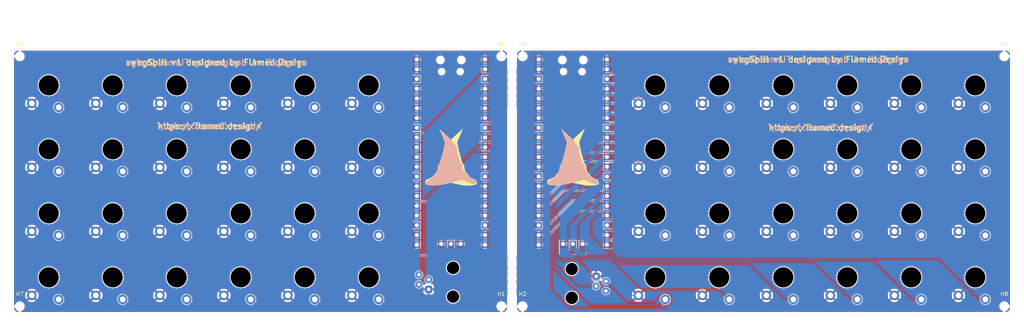
<source format=kicad_pcb>
(kicad_pcb (version 20240108) (generator "pcbnew") (generator_version "8.0")
  (layers (0 "F.Cu" signal) (31 "B.Cu" signal) (34 "B.Paste" user) (35 "F.Paste" user) (36 "B.SilkS" user "B.Silkscreen") (37 "F.SilkS" user "F.Silkscreen") (38 "B.Mask" user) (39 "F.Mask" user) (44 "Edge.Cuts" user))
  (net 0 "")
  (net 1 "L_RX")
  (net 2 "L_TX")
  (net 3 "L_VCC")
  (net 4 "R_TX")
  (net 5 "R_RX")
  (net 6 "R_VCC")
  (net 7 "L5")
  (net 8 "L4")
  (net 9 "L3")
  (net 10 "L2")
  (net 11 "L1")
  (net 12 "L0")
  (net 13 "R5")
  (net 14 "R4")
  (net 15 "R3")
  (net 16 "R2")
  (net 17 "R1")
  (net 18 "R0")
  (net 19 "L11")
  (net 20 "L10")
  (net 21 "L9")
  (net 22 "L8")
  (net 23 "L7")
  (net 24 "L6")
  (net 25 "R11")
  (net 26 "R10")
  (net 27 "R9")
  (net 28 "R8")
  (net 29 "R7")
  (net 30 "R6")
  (net 31 "L17")
  (net 32 "L16")
  (net 33 "L15")
  (net 34 "L14")
  (net 35 "L13")
  (net 36 "L12")
  (net 37 "R17")
  (net 38 "R16")
  (net 39 "R15")
  (net 40 "R14")
  (net 41 "R13")
  (net 42 "R12")
  (net 43 "L23")
  (net 44 "L22")
  (net 45 "L21")
  (net 46 "L20")
  (net 47 "L19")
  (net 48 "L18")
  (net 49 "R23")
  (net 50 "R22")
  (net 51 "R21")
  (net 52 "R20")
  (net 53 "R19")
  (net 54 "R18")
  (net 61 "GND")
  (footprint "PCM_marbastlib-xp-gateron_lp:SW_Gateron_LowProfile_THT" (layer "F.Cu") (at 55.5625 55.5625)
    (property "Reference" "CH27" (hide yes))
    (property "Value" "KS33_SW_solder" (hide yes))
  )
  (footprint "PCM_marbastlib-xp-gateron_lp:SW_Gateron_LowProfile_THT" (layer "F.Cu") (at 88.9 38.89375)
    (property "Reference" "CH17" (hide yes))
    (property "Value" "KS33_SW_solder" (hide yes))
  )
  (footprint "PCM_marbastlib-xp-gateron_lp:SW_Gateron_LowProfile_THT" (layer "F.Cu") (at 105.56875 55.5625)
    (property "Reference" "CH30" (hide yes))
    (property "Value" "KS33_SW_solder" (hide yes))
  )
  (footprint "PCM_marbastlib-xp-gateron_lp:SW_Gateron_LowProfile_THT" (layer "F.Cu") (at 38.89375 22.225)
    (property "Reference" "CH2" (hide yes))
    (property "Value" "KS33_SW_solder" (hide yes))
  )
  (footprint "PCM_marbastlib-xp-gateron_lp:SW_Gateron_LowProfile_THT" (layer "F.Cu") (at 55.5625 38.89375)
    (property "Reference" "CH15" (hide yes))
    (property "Value" "KS33_SW_solder" (hide yes))
  )
  (footprint "PCM_marbastlib-xp-gateron_lp:SW_Gateron_LowProfile_THT" (layer "F.Cu") (at 22.225 55.5625)
    (property "Reference" "CH25" (hide yes))
    (property "Value" "KS33_SW_solder" (hide yes))
  )
  (footprint "MountingHole:MountingHole_2.1mm" (layer "F.Cu") (at 14.684375 14.684375)
    (property "Reference" "H3")
    (property "Value" "MountingHole")
  )
  (footprint "PCM_marbastlib-xp-gateron_lp:SW_Gateron_LowProfile_THT" (layer "F.Cu") (at 213.51875 55.5625)
    (property "Reference" "CH33" (hide yes))
    (property "Value" "KS33_SW_solder" (hide yes))
  )
  (footprint "Graphics:Wizard hat" (layer "F.Cu") (at 127 40.878125)
    (property "Reference" "G***" (hide yes))
    (property "Value" "LOGO" (hide yes))
  )
  (footprint "PCM_marbastlib-xp-gateron_lp:SW_Gateron_LowProfile_THT" (layer "F.Cu") (at 230.1875 55.5625)
    (property "Reference" "CH34" (hide yes))
    (property "Value" "KS33_SW_solder" (hide yes))
  )
  (footprint "PCM_marbastlib-xp-gateron_lp:SW_Gateron_LowProfile_THT" (layer "F.Cu") (at 196.85 72.23125)
    (property "Reference" "CH44" (hide yes))
    (property "Value" "KS33_SW_solder" (hide yes))
  )
  (footprint "MountingHole:MountingHole_2.1mm" (layer "F.Cu") (at 145.653125 79.771875)
    (property "Reference" "H2")
    (property "Value" "MountingHole")
  )
  (footprint "MountingHole:MountingHole_2.1mm" (layer "F.Cu") (at 271.065625 79.771875)
    (property "Reference" "H8")
    (property "Value" "MountingHole")
  )
  (footprint "PCM_marbastlib-xp-gateron_lp:SW_Gateron_LowProfile_THT" (layer "F.Cu") (at 22.225 72.23125)
    (property "Reference" "CH37" (hide yes))
    (property "Value" "KS33_SW_solder" (hide yes))
  )
  (footprint "MountingHole:MountingHole_2.1mm" (layer "F.Cu") (at 140.096875 79.771875)
    (property "Reference" "H1")
    (property "Value" "MountingHole")
  )
  (footprint "PCM_pico:Raspberry_pi_pico" (layer "F.Cu") (at 161.6075 0.25875)
    (property "Reference" "U2" (hide yes))
    (property "Value" "~" (hide yes))
  )
  (footprint "PCM_marbastlib-xp-gateron_lp:SW_Gateron_LowProfile_THT" (layer "F.Cu") (at 246.85625 72.23125)
    (property "Reference" "CH47" (hide yes))
    (property "Value" "KS33_SW_solder" (hide yes))
  )
  (footprint "PCM_marbastlib-xp-gateron_lp:SW_Gateron_LowProfile_THT" (layer "F.Cu") (at 55.5625 22.225)
    (property "Reference" "CH3" (hide yes))
    (property "Value" "KS33_SW_solder" (hide yes))
  )
  (footprint "Connector_RJ:RJ9_Evercom_5301-440xxx_Horizontal" (layer "F.Cu") (at 164.79375 71.97875 -90)
    (property "Reference" "J3" (hide yes))
    (property "Value" "4P4C")
  )
  (footprint "PCM_marbastlib-xp-gateron_lp:SW_Gateron_LowProfile_THT" (layer "F.Cu") (at 72.23125 55.5625)
    (property "Reference" "CH28" (hide yes))
    (property "Value" "KS33_SW_solder" (hide yes))
  )
  (footprint "PCM_marbastlib-xp-gateron_lp:SW_Gateron_LowProfile_THT" (layer "F.Cu") (at 180.18125 72.23125)
    (property "Reference" "CH43" (hide yes))
    (property "Value" "KS33_SW_solder" (hide yes))
  )
  (footprint "Graphics:Wizard hat" (layer "F.Cu") (at 158.75 40.878125)
    (property "Reference" "G***" (hide yes))
    (property "Value" "LOGO" (hide yes))
  )
  (footprint "PCM_marbastlib-xp-gateron_lp:SW_Gateron_LowProfile_THT" (layer "F.Cu") (at 180.18125 38.89375)
    (property "Reference" "CH19" (hide yes))
    (property "Value" "KS33_SW_solder" (hide yes))
  )
  (footprint "PCM_marbastlib-xp-gateron_lp:SW_Gateron_LowProfile_THT" (layer "F.Cu") (at 105.56875 38.89375)
    (property "Reference" "CH18" (hide yes))
    (property "Value" "KS33_SW_solder" (hide yes))
  )
  (footprint "PCM_marbastlib-xp-gateron_lp:SW_Gateron_LowProfile_THT" (layer "F.Cu") (at 38.89375 38.89375)
    (property "Reference" "CH14" (hide yes))
    (property "Value" "KS33_SW_solder" (hide yes))
  )
  (footprint "PCM_marbastlib-xp-gateron_lp:SW_Gateron_LowProfile_THT" (layer "F.Cu") (at 246.85625 22.225)
    (property "Reference" "CH11" (hide yes))
    (property "Value" "KS33_SW_solder" (hide yes))
  )
  (footprint "PCM_marbastlib-xp-gateron_lp:SW_Gateron_LowProfile_THT" (layer "F.Cu") (at 196.85 22.225)
    (property "Reference" "CH8" (hide yes))
    (property "Value" "KS33_SW_solder" (hide yes))
  )
  (footprint "PCM_marbastlib-xp-gateron_lp:SW_Gateron_LowProfile_THT" (layer "F.Cu") (at 213.51875 72.23125)
    (property "Reference" "CH45" (hide yes))
    (property "Value" "KS33_SW_solder" (hide yes))
  )
  (footprint "PCM_marbastlib-xp-gateron_lp:SW_Gateron_LowProfile_THT" (layer "F.Cu") (at 88.9 22.225)
    (property "Reference" "CH5" (hide yes))
    (property "Value" "KS33_SW_solder" (hide yes))
  )
  (footprint "PCM_marbastlib-xp-gateron_lp:SW_Gateron_LowProfile_THT" (layer "F.Cu") (at 263.525 55.5625)
    (property "Reference" "CH36" (hide yes))
    (property "Value" "KS33_SW_solder" (hide yes))
  )
  (footprint "PCM_marbastlib-xp-gateron_lp:SW_Gateron_LowProfile_THT" (layer "F.Cu") (at 196.85 55.5625)
    (property "Reference" "CH32" (hide yes))
    (property "Value" "KS33_SW_solder" (hide yes))
  )
  (footprint "PCM_marbastlib-xp-gateron_lp:SW_Gateron_LowProfile_THT" (layer "F.Cu") (at 230.1875 38.89375)
    (property "Reference" "CH22" (hide yes))
    (property "Value" "KS33_SW_solder" (hide yes))
  )
  (footprint "PCM_marbastlib-xp-gateron_lp:SW_Gateron_LowProfile_THT" (layer "F.Cu") (at 180.18125 22.225)
    (property "Reference" "CH7" (hide yes))
    (property "Value" "KS33_SW_solder" (hide yes))
  )
  (footprint "PCM_marbastlib-xp-gateron_lp:SW_Gateron_LowProfile_THT" (layer "F.Cu") (at 38.89375 55.5625)
    (property "Reference" "CH26" (hide yes))
    (property "Value" "KS33_SW_solder" (hide yes))
  )
  (footprint "PCM_marbastlib-xp-gateron_lp:SW_Gateron_LowProfile_THT" (layer "F.Cu") (at 72.23125 38.89375)
    (property "Reference" "CH16" (hide yes))
    (property "Value" "KS33_SW_solder" (hide yes))
  )
  (footprint "PCM_marbastlib-xp-gateron_lp:SW_Gateron_LowProfile_THT" (layer "F.Cu") (at 196.85 38.89375)
    (property "Reference" "CH20" (hide yes))
    (property "Value" "KS33_SW_solder" (hide yes))
  )
  (footprint "PCM_marbastlib-xp-gateron_lp:SW_Gateron_LowProfile_THT" (layer "F.Cu") (at 213.51875 22.225)
    (property "Reference" "CH9" (hide yes))
    (property "Value" "KS33_SW_solder" (hide yes))
  )
  (footprint "PCM_marbastlib-xp-gateron_lp:SW_Gateron_LowProfile_THT" (layer "F.Cu") (at 230.1875 22.225)
    (property "Reference" "CH10" (hide yes))
    (property "Value" "KS33_SW_solder" (hide yes))
  )
  (footprint "PCM_pico:Raspberry_pi_pico" (layer "F.Cu") (at 129.8575 0.25875)
    (property "Reference" "U1" (hide yes))
    (property "Value" "~" (hide yes))
  )
  (footprint "PCM_marbastlib-xp-gateron_lp:SW_Gateron_LowProfile_THT" (layer "F.Cu") (at 246.85625 55.5625)
    (property "Reference" "CH35" (hide yes))
    (property "Value" "KS33_SW_solder" (hide yes))
  )
  (footprint "PCM_marbastlib-xp-gateron_lp:SW_Gateron_LowProfile_THT" (layer "F.Cu") (at 72.23125 22.225)
    (property "Reference" "CH4" (hide yes))
    (property "Value" "KS33_SW_solder" (hide yes))
  )
  (footprint "PCM_marbastlib-xp-gateron_lp:SW_Gateron_LowProfile_THT" (layer "F.Cu") (at 105.56875 22.225)
    (property "Reference" "CH6" (hide yes))
    (property "Value" "KS33_SW_solder" (hide yes))
  )
  (footprint "PCM_marbastlib-xp-gateron_lp:SW_Gateron_LowProfile_THT" (layer "F.Cu") (at 263.525 72.23125)
    (property "Reference" "CH48" (hide yes))
    (property "Value" "KS33_SW_solder" (hide yes))
  )
  (footprint "PCM_marbastlib-xp-gateron_lp:SW_Gateron_LowProfile_THT" (layer "F.Cu") (at 38.89375 72.23125)
    (property "Reference" "CH38" (hide yes))
    (property "Value" "KS33_SW_solder" (hide yes))
  )
  (footprint "MountingHole:MountingHole_2.1mm" (layer "F.Cu") (at 14.684375 79.771875)
    (property "Reference" "H7")
    (property "Value" "MountingHole")
  )
  (footprint "MountingHole:MountingHole_2.1mm" (layer "F.Cu") (at 271.065625 14.684375)
    (property "Reference" "H4")
    (property "Value" "MountingHole")
  )
  (footprint "PCM_marbastlib-xp-gateron_lp:SW_Gateron_LowProfile_THT" (layer "F.Cu") (at 88.9 55.5625)
    (property "Reference" "CH29" (hide yes))
    (property "Value" "KS33_SW_solder" (hide yes))
  )
  (footprint "PCM_marbastlib-xp-gateron_lp:SW_Gateron_LowProfile_THT" (layer "F.Cu") (at 55.5625 72.23125)
    (property "Reference" "CH39" (hide yes))
    (property "Value" "KS33_SW_solder" (hide yes))
  )
  (footprint "PCM_marbastlib-xp-gateron_lp:SW_Gateron_LowProfile_THT" (layer "F.Cu") (at 246.85625 38.89375)
    (property "Reference" "CH23" (hide yes))
    (property "Value" "KS33_SW_solder" (hide yes))
  )
  (footprint "PCM_marbastlib-xp-gateron_lp:SW_Gateron_LowProfile_THT" (layer "F.Cu") (at 180.18125 55.5625)
    (property "Reference" "CH31" (hide yes))
    (property "Value" "KS33_SW_solder" (hide yes))
  )
  (footprint "PCM_marbastlib-xp-gateron_lp:SW_Gateron_LowProfile_THT" (layer "F.Cu") (at 22.225 38.89375)
    (property "Reference" "CH13" (hide yes))
    (property "Value" "KS33_SW_solder" (hide yes))
  )
  (footprint "PCM_marbastlib-xp-gateron_lp:SW_Gateron_LowProfile_THT" (layer "F.Cu") (at 230.1875 72.23125)
    (property "Reference" "CH46" (hide yes))
    (property "Value" "KS33_SW_solder" (hide yes))
  )
  (footprint "MountingHole:MountingHole_2.1mm" (layer "F.Cu") (at 140.096875 14.684375)
    (property "Reference" "H5")
    (property "Value" "MountingHole")
  )
  (footprint "PCM_marbastlib-xp-gateron_lp:SW_Gateron_LowProfile_THT" (layer "F.Cu") (at 263.525 38.89375)
    (property "Reference" "CH24" (hide yes))
    (property "Value" "KS33_SW_solder" (hide yes))
  )
  (footprint "PCM_marbastlib-xp-gateron_lp:SW_Gateron_LowProfile_THT" (layer "F.Cu") (at 213.51875 38.89375)
    (property "Reference" "CH21" (hide yes))
    (property "Value" "KS33_SW_solder" (hide yes))
  )
  (footprint "PCM_marbastlib-xp-gateron_lp:SW_Gateron_LowProfile_THT" (layer "F.Cu") (at 105.56875 72.23125)
    (property "Reference" "CH42" (hide yes))
    (property "Value" "KS33_SW_solder" (hide yes))
  )
  (footprint "PCM_marbastlib-xp-gateron_lp:SW_Gateron_LowProfile_THT" (layer "F.Cu") (at 263.525 22.225)
    (property "Reference" "CH12" (hide yes))
    (property "Value" "KS33_SW_solder" (hide yes))
  )
  (footprint "PCM_marbastlib-xp-gateron_lp:SW_Gateron_LowProfile_THT" (layer "F.Cu") (at 22.225 22.225)
    (property "Reference" "CH1" (hide yes))
    (property "Value" "KS33_SW_solder" (hide yes))
  )
  (footprint "PCM_marbastlib-xp-gateron_lp:SW_Gateron_LowProfile_THT" (layer "F.Cu") (at 72.23125 72.23125)
    (property "Reference" "CH40" (hide yes))
    (property "Value" "KS33_SW_solder" (hide yes))
  )
  (footprint "Connector_RJ:RJ9_Evercom_5301-440xxx_Horizontal" (layer "F.Cu") (at 121.175 75.3525 90)
    (property "Reference" "J5" (hide yes))
    (property "Value" "4P4C")
  )
  (footprint "PCM_marbastlib-xp-gateron_lp:SW_Gateron_LowProfile_THT" (layer "F.Cu") (at 88.9 72.23125)
    (property "Reference" "CH41" (hide yes))
    (property "Value" "KS33_SW_solder" (hide yes))
  )
  (footprint "MountingHole:MountingHole_2.1mm" (layer "F.Cu") (at 145.653125 14.684375)
    (property "Reference" "H6")
    (property "Value" "MountingHole")
  )
  (footprint "Graphics:Wizard hat" (layer "B.Cu") (at 127 40.878125 180)
    (property "Reference" "G***" (hide yes))
    (property "Value" "LOGO" (hide yes))
  )
  (footprint "Graphics:Wizard hat" (layer "B.Cu") (at 158.75 40.878125 180)
    (property "Reference" "G***" (hide yes))
    (property "Value" "LOGO" (hide yes))
  )
  (gr_arc (start 14.2875 81.75625) (mid 13.164968 81.291282) (end 12.7 80.16875) (stroke (width 0.05)) (layer "Edge.Cuts"))
  (gr_line (start 273.05 14.2875) (end 273.05 80.16875) (stroke (width 0.05)) (layer "Edge.Cuts"))
  (gr_line (start 271.4625 81.75625) (end 145.25625 81.75625) (stroke (width 0.05)) (layer "Edge.Cuts"))
  (gr_line (start 145.25625 12.7) (end 271.4625 12.7) (stroke (width 0.05)) (layer "Edge.Cuts"))
  (gr_line (start 143.66875 76.99375) (end 143.66875 80.16875) (stroke (width 0.05)) (layer "Edge.Cuts"))
  (gr_arc (start 143.66875 14.2875) (mid 144.133715 13.16495) (end 145.25625 12.7) (stroke (width 0.05)) (layer "Edge.Cuts"))
  (gr_arc (start 271.4625 12.7) (mid 272.585032 13.164968) (end 273.05 14.2875) (stroke (width 0.05)) (layer "Edge.Cuts"))
  (gr_line (start 142.08125 76.99375) (end 142.08125 80.16875) (stroke (width 0.05)) (layer "Edge.Cuts"))
  (gr_circle (center 142.875 19.84375) (end 143.66875 19.84375) (stroke (width 0.05)) (fill none) (layer "Edge.Cuts"))
  (gr_circle (center 142.875 21.828125) (end 143.66875 21.828125) (stroke (width 0.05)) (fill none) (layer "Edge.Cuts"))
  (gr_line (start 12.7 14.2875) (end 12.7 80.16875) (stroke (width 0.05)) (layer "Edge.Cuts"))
  (gr_arc (start 143.66875 17.4625) (mid 142.875 18.25625) (end 142.08125 17.4625) (stroke (width 0.05)) (layer "Edge.Cuts"))
  (gr_line (start 143.66875 14.2875) (end 143.66875 17.4625) (stroke (width 0.05)) (layer "Edge.Cuts"))
  (gr_arc (start 273.05 80.16875) (mid 272.58502 81.291285) (end 271.4625 81.75625) (stroke (width 0.05)) (layer "Edge.Cuts"))
  (gr_arc (start 12.7 14.2875) (mid 13.164968 13.164968) (end 14.2875 12.7) (stroke (width 0.05)) (layer "Edge.Cuts"))
  (gr_line (start 143.66875 66.278125) (end 143.66875 28.178125) (stroke (width 0.05)) (layer "Edge.Cuts"))
  (gr_circle (center 142.875 72.628125) (end 143.66875 72.628125) (stroke (width 0.05)) (fill none) (layer "Edge.Cuts"))
  (gr_circle (center 142.875 68.659375) (end 143.66875 68.659375) (stroke (width 0.05)) (fill none) (layer "Edge.Cuts"))
  (gr_line (start 140.49375 12.7) (end 14.2875 12.7) (stroke (width 0.05)) (layer "Edge.Cuts"))
  (gr_arc (start 140.49375 12.7) (mid 141.616282 13.164968) (end 142.08125 14.2875) (stroke (width 0.05)) (layer "Edge.Cuts"))
  (gr_line (start 14.2875 81.75625) (end 140.49375 81.75625) (stroke (width 0.05)) (layer "Edge.Cuts"))
  (gr_arc (start 142.08125 80.16875) (mid 141.616282 81.291282) (end 140.49375 81.75625) (stroke (width 0.05)) (layer "Edge.Cuts"))
  (gr_arc (start 142.08125 28.178125) (mid 142.875 27.384375) (end 143.66875 28.178125) (stroke (width 0.05)) (layer "Edge.Cuts"))
  (gr_arc (start 142.08125 76.99375) (mid 142.875 76.2) (end 143.66875 76.99375) (stroke (width 0.05)) (layer "Edge.Cuts"))
  (gr_line (start 142.08125 66.278125) (end 142.08125 28.178125) (stroke (width 0.05)) (layer "Edge.Cuts"))
  (gr_circle (center 142.875 23.8125) (end 143.66875 23.8125) (stroke (width 0.05)) (fill none) (layer "Edge.Cuts"))
  (gr_arc (start 145.25625 81.75625) (mid 144.133733 81.291267) (end 143.66875 80.16875) (stroke (width 0.05)) (layer "Edge.Cuts"))
  (gr_line (start 142.08125 14.2875) (end 142.08125 17.4625) (stroke (width 0.05)) (layer "Edge.Cuts"))
  (gr_circle (center 142.875 70.64375) (end 143.66875 70.64375) (stroke (width 0.05)) (fill none) (layer "Edge.Cuts"))
  (gr_arc (start 143.66875 66.278125) (mid 142.875 67.071875) (end 142.08125 66.278125) (stroke (width 0.05)) (layer "Edge.Cuts"))
  (gr_circle (center 142.875 74.6125) (end 143.66875 74.6125) (stroke (width 0.05)) (fill none) (layer "Edge.Cuts"))
  (gr_circle (center 142.875 25.796875) (end 143.66875 25.796875) (stroke (width 0.05)) (fill none) (layer "Edge.Cuts"))
  (gr_text "swagSplit v1 designed by Flamed.Design" (at 65.88125 16.271875 -0) (layer "B.SilkS") (effects (font (size 1.524 1.524) (thickness 0.3048) (bold yes)) (justify mirror)))
  (gr_text "swagSplit v1 designed by Flamed.Design" (at 222.646875 15.478125 -0) (layer "B.SilkS") (effects (font (size 1.524 1.524) (thickness 0.3048) (bold yes)) (justify mirror)))
  (gr_text "https://flamed.design/" (at 77.7875 33.734375 -0) (layer "B.SilkS") (effects (font (size 1.524 1.524) (thickness 0.3048) (bold yes)) (justify left bottom mirror)))
  (gr_text "https://flamed.design/" (at 236.934375 34.13125 -0) (layer "B.SilkS") (effects (font (size 1.524 1.524) (thickness 0.3048) (bold yes)) (justify left bottom mirror)))
  (gr_text "swagSplit v1 designed by Flamed.Design" (at 222.646875 15.478125 0) (layer "F.SilkS") (effects (font (size 1.524 1.524) (thickness 0.3048) (bold yes))))
  (gr_text "https://flamed.design/" (at 209.55 34.13125 0) (layer "F.SilkS") (effects (font (size 1.524 1.524) (thickness 0.3048) (bold yes)) (justify left bottom)))
  (gr_text "swagSplit v1 designed by Flamed.Design" (at 65.88125 16.271875 0) (layer "F.SilkS") (effects (font (size 1.524 1.524) (thickness 0.3048) (bold yes))))
  (gr_text "https://flamed.design/" (at 50.403125 33.734375 0) (layer "F.SilkS") (effects (font (size 1.524 1.524) (thickness 0.3048) (bold yes)) (justify left bottom)))
  (segment (start 136.329846 39.50875) (end 137.0035 38.835096) (width 0.2) (layer "B.Cu") (net 1))
  (segment (start 121.175 72.8125) (end 120.235 71.8725) (width 0.2) (layer "B.Cu") (net 1))
  (segment (start 120.235 52.002936) (end 132.729186 39.50875) (width 0.2) (layer "B.Cu") (net 1))
  (segment (start 132.729186 39.50875) (end 136.329846 39.50875) (width 0.2) (layer "B.Cu") (net 1))
  (segment (start 137.0035 31.88875) (end 135.8535 30.73875) (width 0.2) (layer "B.Cu") (net 1))
  (segment (start 137.0035 38.835096) (end 137.0035 31.88875) (width 0.2) (layer "B.Cu") (net 1))
  (segment (start 120.235 71.8725) (end 120.235 52.002936) (width 0.2) (layer "B.Cu") (net 1))
  (segment (start 119.835 51.83725) (end 135.8535 35.81875) (width 0.2) (layer "B.Cu") (net 2))
  (segment (start 119.835 72.8825) (end 119.835 51.83725) (width 0.2) (layer "B.Cu") (net 2))
  (segment (start 118.635 74.0825) (end 119.835 72.8825) (width 0.2) (layer "B.Cu") (net 2))
  (segment (start 119.2235 70.954) (end 118.635 71.5425) (width 0.2) (layer "B.Cu") (net 3))
  (segment (start 119.2235 34.66875) (end 119.2235 70.954) (width 0.2) (layer "B.Cu") (net 3))
  (segment (start 135.8535 18.03875) (end 119.2235 34.66875) (width 0.2) (layer "B.Cu") (net 3))
  (segment (start 172.708282 78.623282) (end 167.33375 73.24875) (width 0.2) (layer "B.Cu") (net 4))
  (segment (start 167.6035 35.81875) (end 153.190625 50.231625) (width 0.2) (layer "B.Cu") (net 4))
  (segment (start 183.423282 76.43125) (end 182.139218 76.43125) (width 0.2) (layer "B.Cu") (net 4))
  (segment (start 153.190625 50.231625) (end 153.190625 75.403125) (width 0.2) (layer "B.Cu") (net 4))
  (segment (start 179.947186 78.623282) (end 172.708282 78.623282) (width 0.2) (layer "B.Cu") (net 4))
  (segment (start 184.33125 78.623282) (end 184.33125 77.339218) (width 0.2) (layer "B.Cu") (net 4))
  (segment (start 157.95625 80.16875) (end 182.785782 80.16875) (width 0.2) (layer "B.Cu") (net 4))
  (segment (start 182.139218 76.43125) (end 179.947186 78.623282) (width 0.2) (layer "B.Cu") (net 4))
  (segment (start 182.785782 80.16875) (end 184.33125 78.623282) (width 0.2) (layer "B.Cu") (net 4))
  (segment (start 153.190625 75.403125) (end 157.95625 80.16875) (width 0.2) (layer "B.Cu") (net 4))
  (segment (start 184.33125 77.339218) (end 183.423282 76.43125) (width 0.2) (layer "B.Cu") (net 4))
  (segment (start 153.990625 52.645279) (end 167.127154 39.50875) (width 0.2) (layer "B.Cu") (net 5))
  (segment (start 167.127154 39.50875) (end 168.079846 39.50875) (width 0.2) (layer "B.Cu") (net 5))
  (segment (start 168.7535 38.835096) (end 168.7535 31.88875) (width 0.2) (layer "B.Cu") (net 5))
  (segment (start 160.136034 74.51875) (end 153.990625 68.373341) (width 0.2) (layer "B.Cu") (net 5))
  (segment (start 168.079846 39.50875) (end 168.7535 38.835096) (width 0.2) (layer "B.Cu") (net 5))
  (segment (start 168.7535 31.88875) (end 167.6035 30.73875) (width 0.2) (layer "B.Cu") (net 5))
  (segment (start 153.990625 68.373341) (end 153.990625 52.645279) (width 0.2) (layer "B.Cu") (net 5))
  (segment (start 164.79375 74.51875) (end 160.136034 74.51875) (width 0.2) (layer "B.Cu") (net 5))
  (segment (start 165.678494 73.17875) (end 163.909006 73.17875) (width 0.2) (layer "B.Cu") (net 6))
  (segment (start 154.6235 54.792404) (end 167.367154 42.04875) (width 0.2) (layer "B.Cu") (net 6))
  (segment (start 155.409314 67.86875) (end 154.6235 67.082936) (width 0.2) (layer "B.Cu") (net 6))
  (segment (start 165.99375 73.494006) (end 165.678494 73.17875) (width 0.2) (layer "B.Cu") (net 6))
  (segment (start 167.367154 42.04875) (end 169.08875 42.04875) (width 0.2) (layer "B.Cu") (net 6))
  (segment (start 169.08875 42.04875) (end 169.1535 41.984) (width 0.2) (layer "B.Cu") (net 6))
  (segment (start 154.6235 67.082936) (end 154.6235 54.792404) (width 0.2) (layer "B.Cu") (net 6))
  (segment (start 169.1535 41.984) (end 169.1535 19.58875) (width 0.2) (layer "B.Cu") (net 6))
  (segment (start 163.59375 71.094006) (end 160.368494 67.86875) (width 0.2) (layer "B.Cu") (net 6))
  (segment (start 169.1535 19.58875) (end 167.6035 18.03875) (width 0.2) (layer "B.Cu") (net 6))
  (segment (start 163.909006 73.17875) (end 163.59375 72.863494) (width 0.2) (layer "B.Cu") (net 6))
  (segment (start 165.99375 74.44875) (end 165.99375 73.494006) (width 0.2) (layer "B.Cu") (net 6))
  (segment (start 167.33375 75.78875) (end 165.99375 74.44875) (width 0.2) (layer "B.Cu") (net 6))
  (segment (start 160.368494 67.86875) (end 155.409314 67.86875) (width 0.2) (layer "B.Cu") (net 6))
  (segment (start 163.59375 72.863494) (end 163.59375 71.094006) (width 0.2) (layer "B.Cu") (net 6))
  (segment (start 24.825 27.975) (end 27.58875 30.73875) (width 0.2) (layer "F.Cu") (net 7))
  (segment (start 27.58875 30.73875) (end 118.0735 30.73875) (width 0.2) (layer "F.Cu") (net 7))
  (segment (start 116.5135 28.19875) (end 118.0735 28.19875) (width 0.2) (layer "F.Cu") (net 8))
  (segment (start 43.8575 30.33875) (end 114.3735 30.33875) (width 0.2) (layer "F.Cu") (net 8))
  (segment (start 114.3735 30.33875) (end 116.5135 28.19875) (width 0.2) (layer "F.Cu") (net 8))
  (segment (start 41.49375 27.975) (end 43.8575 30.33875) (width 0.2) (layer "F.Cu") (net 8))
  (segment (start 112.2335 29.93875) (end 116.5135 25.65875) (width 0.2) (layer "F.Cu") (net 9))
  (segment (start 116.5135 25.65875) (end 118.0735 25.65875) (width 0.2) (layer "F.Cu") (net 9))
  (segment (start 60.12625 29.93875) (end 112.2335 29.93875) (width 0.2) (layer "F.Cu") (net 9))
  (segment (start 58.1625 27.975) (end 60.12625 29.93875) (width 0.2) (layer "F.Cu") (net 9))
  (segment (start 110.10725 29.525) (end 116.5135 23.11875) (width 0.2) (layer "F.Cu") (net 10))
  (segment (start 74.83125 27.975) (end 76.38125 29.525) (width 0.2) (layer "F.Cu") (net 10))
  (segment (start 76.38125 29.525) (end 110.10725 29.525) (width 0.2) (layer "F.Cu") (net 10))
  (segment (start 116.5135 23.11875) (end 118.0735 23.11875) (width 0.2) (layer "F.Cu") (net 10))
  (segment (start 95.453125 27.975) (end 105.389375 18.03875) (width 0.2) (layer "F.Cu") (net 11))
  (segment (start 105.389375 18.03875) (end 118.0735 18.03875) (width 0.2) (layer "F.Cu") (net 11))
  (segment (start 91.5 27.975) (end 95.453125 27.975) (width 0.2) (layer "F.Cu") (net 11))
  (segment (start 119.2235 16.64875) (end 118.0735 15.49875) (width 0.2) (layer "F.Cu") (net 12))
  (segment (start 114.840812 19.18875) (end 119.2235 19.18875) (width 0.2) (layer "F.Cu") (net 12))
  (segment (start 119.2235 19.18875) (end 119.2235 16.64875) (width 0.2) (layer "F.Cu") (net 12))
  (segment (start 108.16875 25.860812) (end 114.840812 19.18875) (width 0.2) (layer "F.Cu") (net 12))
  (segment (start 108.16875 27.975) (end 108.16875 25.860812) (width 0.2) (layer "F.Cu") (net 12))
  (segment (start 170.198125 27.04875) (end 156.3075 27.04875) (width 0.2) (layer "F.Cu") (net 13))
  (segment (start 182.78125 27.975) (end 180.18125 25.375) (width 0.2) (layer "F.Cu") (net 13))
  (segment (start 152.6175 30.73875) (end 149.8235 30.73875) (width 0.2) (layer "F.Cu") (net 13))
  (segment (start 156.3075 27.04875) (end 152.6175 30.73875) (width 0.2) (layer "F.Cu") (net 13))
  (segment (start 171.871875 25.375) (end 170.198125 27.04875) (width 0.2) (layer "F.Cu") (net 13))
  (segment (start 180.18125 25.375) (end 171.871875 25.375) (width 0.2) (layer "F.Cu") (net 13))
  (segment (start 154.36375 28.19875) (end 149.8235 28.19875) (width 0.2) (layer "F.Cu") (net 14))
  (segment (start 178.8735 15.94875) (end 170.3135 24.50875) (width 0.2) (layer "F.Cu") (net 14))
  (segment (start 170.3135 24.50875) (end 158.05375 24.50875) (width 0.2) (layer "F.Cu") (net 14))
  (segment (start 197.682234 27.975) (end 185.655984 15.94875) (width 0.2) (layer "F.Cu") (net 14))
  (segment (start 158.05375 24.50875) (end 154.36375 28.19875) (width 0.2) (layer "F.Cu") (net 14))
  (segment (start 199.45 27.975) (end 197.682234 27.975) (width 0.2) (layer "F.Cu") (net 14))
  (segment (start 185.655984 15.94875) (end 178.8735 15.94875) (width 0.2) (layer "F.Cu") (net 14))
  (segment (start 215.061465 27.975) (end 202.635215 15.54875) (width 0.2) (layer "F.Cu") (net 15))
  (segment (start 216.11875 27.975) (end 215.061465 27.975) (width 0.2) (layer "F.Cu") (net 15))
  (segment (start 159.968811 21.96875) (end 156.278811 25.65875) (width 0.2) (layer "F.Cu") (net 15))
  (segment (start 156.278811 25.65875) (end 149.8235 25.65875) (width 0.2) (layer "F.Cu") (net 15))
  (segment (start 202.635215 15.54875) (end 176.7335 15.54875) (width 0.2) (layer "F.Cu") (net 15))
  (segment (start 176.7335 15.54875) (end 170.3135 21.96875) (width 0.2) (layer "F.Cu") (net 15))
  (segment (start 170.3135 21.96875) (end 159.968811 21.96875) (width 0.2) (layer "F.Cu") (net 15))
  (segment (start 174.5935 15.14875) (end 170.5535 19.18875) (width 0.2) (layer "F.Cu") (net 16))
  (segment (start 170.5535 19.18875) (end 162.183125 19.18875) (width 0.2) (layer "F.Cu") (net 16))
  (segment (start 162.183125 19.18875) (end 158.253125 23.11875) (width 0.2) (layer "F.Cu") (net 16))
  (segment (start 158.253125 23.11875) (end 149.8235 23.11875) (width 0.2) (layer "F.Cu") (net 16))
  (segment (start 232.7875 27.975) (end 231.019734 27.975) (width 0.2) (layer "F.Cu") (net 16))
  (segment (start 218.193484 15.14875) (end 174.5935 15.14875) (width 0.2) (layer "F.Cu") (net 16))
  (segment (start 231.019734 27.975) (end 218.193484 15.14875) (width 0.2) (layer "F.Cu") (net 16))
  (segment (start 249.45625 27.975) (end 247.688484 27.975) (width 0.2) (layer "F.Cu") (net 17))
  (segment (start 234.462234 14.74875) (end 172.4535 14.74875) (width 0.2) (layer "F.Cu") (net 17))
  (segment (start 247.688484 27.975) (end 234.462234 14.74875) (width 0.2) (layer "F.Cu") (net 17))
  (segment (start 170.3235 16.87875) (end 150.9835 16.87875) (width 0.2) (layer "F.Cu") (net 17))
  (segment (start 150.9835 16.87875) (end 149.8235 18.03875) (width 0.2) (layer "F.Cu") (net 17))
  (segment (start 172.4535 14.74875) (end 170.3235 16.87875) (width 0.2) (layer "F.Cu") (net 17))
  (segment (start 262.528125 27.975) (end 248.901875 14.34875) (width 0.2) (layer "F.Cu") (net 18))
  (segment (start 150.9735 14.34875) (end 149.8235 15.49875) (width 0.2) (layer "F.Cu") (net 18))
  (segment (start 248.901875 14.34875) (end 150.9735 14.34875) (width 0.2) (layer "F.Cu") (net 18))
  (segment (start 266.125 27.975) (end 262.528125 27.975) (width 0.2) (layer "F.Cu") (net 18))
  (segment (start 116.5135 51.05875) (end 118.0735 51.05875) (width 0.2) (layer "F.Cu") (net 19))
  (segment (start 113.489125 48.034375) (end 116.5135 51.05875) (width 0.2) (layer "F.Cu") (net 19))
  (segment (start 24.825 44.64375) (end 28.215625 48.034375) (width 0.2) (layer "F.Cu") (net 19))
  (segment (start 28.215625 48.034375) (end 113.489125 48.034375) (width 0.2) (layer "F.Cu") (net 19))
  (segment (start 117.189125 47.634375) (end 118.0735 48.51875) (width 0.2) (layer "F.Cu") (net 20))
  (segment (start 44.484375 47.634375) (end 117.189125 47.634375) (width 0.2) (layer "F.Cu") (net 20))
  (segment (start 41.49375 44.64375) (end 44.484375 47.634375) (width 0.2) (layer "F.Cu") (net 20))
  (segment (start 112.70625 47.234375) (end 116.501875 43.43875) (width 0.2) (layer "F.Cu") (net 21))
  (segment (start 116.501875 43.43875) (end 118.0735 43.43875) (width 0.2) (layer "F.Cu") (net 21))
  (segment (start 58.1625 44.64375) (end 60.753125 47.234375) (width 0.2) (layer "F.Cu") (net 21))
  (segment (start 60.753125 47.234375) (end 112.70625 47.234375) (width 0.2) (layer "F.Cu") (net 21))
  (segment (start 116.5135 40.89875) (end 118.0735 40.89875) (width 0.2) (layer "F.Cu") (net 22))
  (segment (start 77.021875 46.834375) (end 110.577875 46.834375) (width 0.2) (layer "F.Cu") (net 22))
  (segment (start 74.83125 44.64375) (end 77.021875 46.834375) (width 0.2) (layer "F.Cu") (net 22))
  (segment (start 110.577875 46.834375) (end 116.5135 40.89875) (width 0.2) (layer "F.Cu") (net 22))
  (segment (start 116.5135 38.35875) (end 118.0735 38.35875) (width 0.2) (layer "F.Cu") (net 23))
  (segment (start 114.696875 42.149689) (end 114.696875 40.175375) (width 0.2) (layer "F.Cu") (net 23))
  (segment (start 110.412189 46.434375) (end 114.696875 42.149689) (width 0.2) (layer "F.Cu") (net 23))
  (segment (start 114.696875 40.175375) (end 116.5135 38.35875) (width 0.2) (layer "F.Cu") (net 23))
  (segment (start 91.5 44.64375) (end 93.290625 46.434375) (width 0.2) (layer "F.Cu") (net 23))
  (segment (start 93.290625 46.434375) (end 110.412189 46.434375) (width 0.2) (layer "F.Cu") (net 23))
  (segment (start 108.16875 44.1635) (end 116.5135 35.81875) (width 0.2) (layer "F.Cu") (net 24))
  (segment (start 108.16875 44.64375) (end 108.16875 44.1635) (width 0.2) (layer "F.Cu") (net 24))
  (segment (start 116.5135 35.81875) (end 118.0735 35.81875) (width 0.2) (layer "F.Cu") (net 24))
  (segment (start 180.18125 42.04375) (end 170.5535 42.04375) (width 0.2) (layer "F.Cu") (net 25))
  (segment (start 170.5535 42.04375) (end 170.5485 42.04875) (width 0.2) (layer "F.Cu") (net 25))
  (segment (start 166.4585 42.04875) (end 166.4535 42.04375) (width 0.2) (layer "F.Cu") (net 25))
  (segment (start 170.5485 42.04875) (end 166.4585 42.04875) (width 0.2) (layer "F.Cu") (net 25))
  (segment (start 182.78125 44.64375) (end 180.18125 42.04375) (width 0.2) (layer "F.Cu") (net 25))
  (segment (start 158.8385 42.04375) (end 149.8235 51.05875) (width 0.2) (layer "F.Cu") (net 25))
  (segment (start 166.4535 42.04375) (end 158.8385 42.04375) (width 0.2) (layer "F.Cu") (net 25))
  (segment (start 197.682234 44.64375) (end 184.227233 31.18875) (width 0.2) (layer "F.Cu") (net 26))
  (segment (start 158.5935 39.74875) (end 149.8235 48.51875) (width 0.2) (layer "F.Cu") (net 26))
  (segment (start 184.227233 31.18875) (end 178.758125 31.18875) (width 0.2) (layer "F.Cu") (net 26))
  (segment (start 170.198125 39.74875) (end 158.5935 39.74875) (width 0.2) (layer "F.Cu") (net 26))
  (segment (start 178.758125 31.18875) (end 170.198125 39.74875) (width 0.2) (layer "F.Cu") (net 26))
  (segment (start 199.45 44.64375) (end 197.682234 44.64375) (width 0.2) (layer "F.Cu") (net 26))
  (segment (start 201.206465 30.78875) (end 176.776875 30.78875) (width 0.2) (layer "F.Cu") (net 27))
  (segment (start 160.544558 37.20875) (end 154.314558 43.43875) (width 0.2) (layer "F.Cu") (net 27))
  (segment (start 154.314558 43.43875) (end 149.8235 43.43875) (width 0.2) (layer "F.Cu") (net 27))
  (segment (start 170.356875 37.20875) (end 160.544558 37.20875) (width 0.2) (layer "F.Cu") (net 27))
  (segment (start 215.061465 44.64375) (end 201.206465 30.78875) (width 0.2) (layer "F.Cu") (net 27))
  (segment (start 176.776875 30.78875) (end 170.356875 37.20875) (width 0.2) (layer "F.Cu") (net 27))
  (segment (start 216.11875 44.64375) (end 215.061465 44.64375) (width 0.2) (layer "F.Cu") (net 27))
  (segment (start 231.019734 44.64375) (end 216.764734 30.38875) (width 0.2) (layer "F.Cu") (net 28))
  (segment (start 174.5935 30.38875) (end 170.454125 34.528125) (width 0.2) (layer "F.Cu") (net 28))
  (segment (start 170.454125 34.528125) (end 162.659497 34.528125) (width 0.2) (layer "F.Cu") (net 28))
  (segment (start 156.288872 40.89875) (end 149.8235 40.89875) (width 0.2) (layer "F.Cu") (net 28))
  (segment (start 162.659497 34.528125) (end 156.288872 40.89875) (width 0.2) (layer "F.Cu") (net 28))
  (segment (start 232.7875 44.64375) (end 231.019734 44.64375) (width 0.2) (layer "F.Cu") (net 28))
  (segment (start 216.764734 30.38875) (end 174.5935 30.38875) (width 0.2) (layer "F.Cu") (net 28))
  (segment (start 170.3135 32.12875) (end 166.471625 32.12875) (width 0.2) (layer "F.Cu") (net 29))
  (segment (start 158.263186 38.35875) (end 149.8235 38.35875) (width 0.2) (layer "F.Cu") (net 29))
  (segment (start 249.45625 44.64375) (end 248.240625 44.64375) (width 0.2) (layer "F.Cu") (net 29))
  (segment (start 166.471625 32.12875) (end 166.4535 32.146875) (width 0.2) (layer "F.Cu") (net 29))
  (segment (start 164.475061 32.146875) (end 158.263186 38.35875) (width 0.2) (layer "F.Cu") (net 29))
  (segment (start 233.585625 29.98875) (end 172.4535 29.98875) (width 0.2) (layer "F.Cu") (net 29))
  (segment (start 248.240625 44.64375) (end 233.585625 29.98875) (width 0.2) (layer "F.Cu") (net 29))
  (segment (start 166.4535 32.146875) (end 164.475061 32.146875) (width 0.2) (layer "F.Cu") (net 29))
  (segment (start 172.4535 29.98875) (end 170.3135 32.12875) (width 0.2) (layer "F.Cu") (net 29))
  (segment (start 249.302234 29.58875) (end 166.4675 29.58875) (width 0.2) (layer "F.Cu") (net 30))
  (segment (start 160.2375 35.81875) (end 149.8235 35.81875) (width 0.2) (layer "F.Cu") (net 30))
  (segment (start 264.357234 44.64375) (end 249.302234 29.58875) (width 0.2) (layer "F.Cu") (net 30))
  (segment (start 266.125 44.64375) (end 264.357234 44.64375) (width 0.2) (layer "F.Cu") (net 30))
  (segment (start 166.4675 29.58875) (end 160.2375 35.81875) (width 0.2) (layer "F.Cu") (net 30))
  (segment (start 127.0835 52.44875) (end 135.8535 61.21875) (width 0.2) (layer "F.Cu") (net 31))
  (segment (start 24.825 61.3125) (end 33.68875 52.44875) (width 0.2) (layer "F.Cu") (net 31))
  (segment (start 33.68875 52.44875) (end 127.0835 52.44875) (width 0.2) (layer "F.Cu") (net 31))
  (segment (start 46.66 66.47875) (end 133.1335 66.47875) (width 0.2) (layer "F.Cu") (net 32))
  (segment (start 133.1335 66.47875) (end 135.8535 63.75875) (width 0.2) (layer "F.Cu") (net 32))
  (segment (start 41.49375 61.3125) (end 46.66 66.47875) (width 0.2) (layer "F.Cu") (net 32))
  (segment (start 60.60875 63.75875) (end 118.0735 63.75875) (width 0.2) (layer "F.Cu") (net 33))
  (segment (start 58.1625 61.3125) (end 60.60875 63.75875) (width 0.2) (layer "F.Cu") (net 33))
  (segment (start 74.83125 61.3125) (end 76.78125 63.2625) (width 0.2) (layer "F.Cu") (net 34))
  (segment (start 76.78125 63.2625) (end 113.346875 63.2625) (width 0.2) (layer "F.Cu") (net 34))
  (segment (start 115.390625 61.21875) (end 118.0735 61.21875) (width 0.2) (layer "F.Cu") (net 34))
  (segment (start 113.346875 63.2625) (end 115.390625 61.21875) (width 0.2) (layer "F.Cu") (net 34))
  (segment (start 116.5135 56.13875) (end 118.0735 56.13875) (width 0.2) (layer "F.Cu") (net 35))
  (segment (start 91.5 61.3125) (end 93.05 62.8625) (width 0.2) (layer "F.Cu") (net 35))
  (segment (start 93.05 62.8625) (end 109.78975 62.8625) (width 0.2) (layer "F.Cu") (net 35))
  (segment (start 109.78975 62.8625) (end 116.5135 56.13875) (width 0.2) (layer "F.Cu") (net 35))
  (segment (start 108.16875 61.3125) (end 115.8825 53.59875) (width 0.2) (layer "F.Cu") (net 36))
  (segment (start 115.8825 53.59875) (end 118.0735 53.59875) (width 0.2) (layer "F.Cu") (net 36))
  (segment (start 181.531251 62.562499) (end 168.947249 62.562499) (width 0.2) (layer "F.Cu") (net 37))
  (segment (start 182.78125 61.3125) (end 181.531251 62.562499) (width 0.2) (layer "F.Cu") (net 37))
  (segment (start 168.947249 62.562499) (end 167.6035 61.21875) (width 0.2) (layer "F.Cu") (net 37))
  (segment (start 199.45 61.3125) (end 197.00375 63.75875) (width 0.2) (layer "F.Cu") (net 38))
  (segment (start 197.00375 63.75875) (end 167.6035 63.75875) (width 0.2) (layer "F.Cu") (net 38))
  (segment (start 214.350984 61.3125) (end 201.466609 48.428125) (width 0.2) (layer "F.Cu") (net 39))
  (segment (start 201.466609 48.428125) (end 176.874125 48.428125) (width 0.2) (layer "F.Cu") (net 39))
  (segment (start 170.3135 54.98875) (end 158.5935 54.98875) (width 0.2) (layer "F.Cu") (net 39))
  (segment (start 176.874125 48.428125) (end 170.3135 54.98875) (width 0.2) (layer "F.Cu") (net 39))
  (segment (start 216.11875 61.3125) (end 214.350984 61.3125) (width 0.2) (layer "F.Cu") (net 39))
  (segment (start 158.5935 54.98875) (end 149.8235 63.75875) (width 0.2) (layer "F.Cu") (net 39))
  (segment (start 158.8335 52.20875) (end 149.8235 61.21875) (width 0.2) (layer "F.Cu") (net 40))
  (segment (start 174.734125 48.028125) (end 170.5535 52.20875) (width 0.2) (layer "F.Cu") (net 40))
  (segment (start 231.019734 61.3125) (end 217.735359 48.028125) (width 0.2) (layer "F.Cu") (net 40))
  (segment (start 232.7875 61.3125) (end 231.019734 61.3125) (width 0.2) (layer "F.Cu") (net 40))
  (segment (start 217.735359 48.028125) (end 174.734125 48.028125) (width 0.2) (layer "F.Cu") (net 40))
  (segment (start 170.5535 52.20875) (end 158.8335 52.20875) (width 0.2) (layer "F.Cu") (net 40))
  (segment (start 156.2935 49.66875) (end 149.8235 56.13875) (width 0.2) (layer "F.Cu") (net 41))
  (segment (start 234.004109 47.628125) (end 172.594125 47.628125) (width 0.2) (layer "F.Cu") (net 41))
  (segment (start 249.45625 61.3125) (end 247.688484 61.3125) (width 0.2) (layer "F.Cu") (net 41))
  (segment (start 170.5535 49.66875) (end 156.2935 49.66875) (width 0.2) (layer "F.Cu") (net 41))
  (segment (start 247.688484 61.3125) (end 234.004109 47.628125) (width 0.2) (layer "F.Cu") (net 41))
  (segment (start 172.594125 47.628125) (end 170.5535 49.66875) (width 0.2) (layer "F.Cu") (net 41))
  (segment (start 250.546876 47.228125) (end 156.194125 47.228125) (width 0.2) (layer "F.Cu") (net 42))
  (segment (start 156.194125 47.228125) (end 149.8235 53.59875) (width 0.2) (layer "F.Cu") (net 42))
  (segment (start 266.125 61.3125) (end 264.631251 61.3125) (width 0.2) (layer "F.Cu") (net 42))
  (segment (start 264.631251 61.3125) (end 250.546876 47.228125) (width 0.2) (layer "F.Cu") (net 42))
  (segment (start 26.074999 76.731251) (end 26.074999 64.754531) (width 0.2) (layer "F.Cu") (net 43))
  (segment (start 132.1635 34.66875) (end 135.8535 38.35875) (width 0.2) (layer "F.Cu") (net 43))
  (segment (start 26.074999 64.754531) (end 23.275 61.954532) (width 0.2) (layer "F.Cu") (net 43))
  (segment (start 24.825 77.98125) (end 26.074999 76.731251) (width 0.2) (layer "F.Cu") (net 43))
  (segment (start 23.275 61.954532) (end 23.275 60.670468) (width 0.2) (layer "F.Cu") (net 43))
  (segment (start 23.275 60.670468) (end 25.467032 58.478436) (width 0.2) (layer "F.Cu") (net 43))
  (segment (start 25.467032 58.478436) (end 25.467032 47.477814) (width 0.2) (layer "F.Cu") (net 43))
  (segment (start 23.275 44.001718) (end 32.607968 34.66875) (width 0.2) (layer "F.Cu") (net 43))
  (segment (start 23.275 45.285782) (end 23.275 44.001718) (width 0.2) (layer "F.Cu") (net 43))
  (segment (start 32.607968 34.66875) (end 132.1635 34.66875) (width 0.2) (layer "F.Cu") (net 43))
  (segment (start 25.467032 47.477814) (end 23.275 45.285782) (width 0.2) (layer "F.Cu") (net 43))
  (segment (start 44.343749 80.831249) (end 129.225184 80.831249) (width 0.2) (layer "F.Cu") (net 44))
  (segment (start 137.4135 43.43875) (end 135.8535 43.43875) (width 0.2) (layer "F.Cu") (net 44))
  (segment (start 140.4035 46.42875) (end 137.4135 43.43875) (width 0.2) (layer "F.Cu") (net 44))
  (segment (start 41.49375 77.98125) (end 44.343749 80.831249) (width 0.2) (layer "F.Cu") (net 44))
  (segment (start 140.4035 69.652933) (end 140.4035 46.42875) (width 0.2) (layer "F.Cu") (net 44))
  (segment (start 129.225184 80.831249) (end 140.4035 69.652933) (width 0.2) (layer "F.Cu") (net 44))
  (segment (start 129.059498 80.431249) (end 140.0035 69.487247) (width 0.2) (layer "F.Cu") (net 45))
  (segment (start 140.0035 69.487247) (end 140.0035 51.10875) (width 0.2) (layer "F.Cu") (net 45))
  (segment (start 140.0035 51.10875) (end 137.4135 48.51875) (width 0.2) (layer "F.Cu") (net 45))
  (segment (start 60.612499 80.431249) (end 129.059498 80.431249) (width 0.2) (layer "F.Cu") (net 45))
  (segment (start 137.4135 48.51875) (end 135.8535 48.51875) (width 0.2) (layer "F.Cu") (net 45))
  (segment (start 58.1625 77.98125) (end 60.612499 80.431249) (width 0.2) (layer "F.Cu") (net 45))
  (segment (start 139.6035 53.24875) (end 137.4135 51.05875) (width 0.2) (layer "F.Cu") (net 46))
  (segment (start 76.881249 80.031249) (end 128.893812 80.031249) (width 0.2) (layer "F.Cu") (net 46))
  (segment (start 74.83125 77.98125) (end 76.881249 80.031249) (width 0.2) (layer "F.Cu") (net 46))
  (segment (start 137.4135 51.05875) (end 135.8535 51.05875) (width 0.2) (layer "F.Cu") (net 46))
  (segment (start 128.893812 80.031249) (end 139.6035 69.321561) (width 0.2) (layer "F.Cu") (net 46))
  (segment (start 139.6035 69.321561) (end 139.6035 53.24875) (width 0.2) (layer "F.Cu") (net 46))
  (segment (start 139.2035 55.462875) (end 137.339375 53.59875) (width 0.2) (layer "F.Cu") (net 47))
  (segment (start 137.339375 53.59875) (end 135.8535 53.59875) (width 0.2) (layer "F.Cu") (net 47))
  (segment (start 139.2035 69.155875) (end 139.2035 55.462875) (width 0.2) (layer "F.Cu") (net 47))
  (segment (start 91.5 77.98125) (end 93.149999 79.631249) (width 0.2) (layer "F.Cu") (net 47))
  (segment (start 93.149999 79.631249) (end 128.728126 79.631249) (width 0.2) (layer "F.Cu") (net 47))
  (segment (start 128.728126 79.631249) (end 139.2035 69.155875) (width 0.2) (layer "F.Cu") (net 47))
  (segment (start 138.8035 68.990189) (end 138.8035 57.52875) (width 0.2) (layer "F.Cu") (net 48))
  (segment (start 128.56244 79.231249) (end 138.8035 68.990189) (width 0.2) (layer "F.Cu") (net 48))
  (segment (start 137.4135 56.13875) (end 135.8535 56.13875) (width 0.2) (layer "F.Cu") (net 48))
  (segment (start 108.16875 77.98125) (end 109.418749 79.231249) (width 0.2) (layer "F.Cu") (net 48))
  (segment (start 109.418749 79.231249) (end 128.56244 79.231249) (width 0.2) (layer "F.Cu") (net 48))
  (segment (start 138.8035 57.52875) (end 137.4135 56.13875) (width 0.2) (layer "F.Cu") (net 48))
  (segment (start 163.115625 79.375) (end 153.590625 69.85) (width 0.2) (layer "B.Cu") (net 49))
  (segment (start 153.590625 52.371625) (end 167.6035 38.35875) (width 0.2) (layer "B.Cu") (net 49))
  (segment (start 153.590625 69.85) (end 153.590625 52.371625) (width 0.2) (layer "B.Cu") (net 49))
  (segment (start 182.78125 77.98125) (end 181.3875 79.375) (width 0.2) (layer "B.Cu") (net 49))
  (segment (start 181.3875 79.375) (end 163.115625 79.375) (width 0.2) (layer "B.Cu") (net 49))
  (segment (start 155.0235 56.01875) (end 167.6035 43.43875) (width 0.2) (layer "B.Cu") (net 50))
  (segment (start 155.0235 66.91725) (end 155.0235 56.01875) (width 0.2) (layer "B.Cu") (net 50))
  (segment (start 176.423282 75.38125) (end 168.510782 67.46875) (width 0.2) (layer "B.Cu") (net 50))
  (segment (start 155.575 67.46875) (end 155.0235 66.91725) (width 0.2) (layer "B.Cu") (net 50))
  (segment (start 199.45 77.98125) (end 196.85 75.38125) (width 0.2) (layer "B.Cu") (net 50))
  (segment (start 168.510782 67.46875) (end 155.575 67.46875) (width 0.2) (layer "B.Cu") (net 50))
  (segment (start 196.85 75.38125) (end 176.423282 75.38125) (width 0.2) (layer "B.Cu") (net 50))
  (segment (start 157.559375 64.674625) (end 157.559375 58.562875) (width 0.2) (layer "B.Cu") (net 51))
  (segment (start 170.267093 68.659375) (end 168.676468 67.06875) (width 0.2) (layer "B.Cu") (net 51))
  (segment (start 168.676468 67.06875) (end 159.9535 67.06875) (width 0.2) (layer "B.Cu") (net 51))
  (segment (start 157.559375 58.562875) (end 167.6035 48.51875) (width 0.2) (layer "B.Cu") (net 51))
  (segment (start 216.11875 77.98125) (end 213.926718 77.98125) (width 0.2) (layer "B.Cu") (net 51))
  (segment (start 204.604843 68.659375) (end 170.267093 68.659375) (width 0.2) (layer "B.Cu") (net 51))
  (segment (start 159.9535 67.06875) (end 157.559375 64.674625) (width 0.2) (layer "B.Cu") (net 51))
  (segment (start 213.926718 77.98125) (end 204.604843 68.659375) (width 0.2) (layer "B.Cu") (net 51))
  (segment (start 232.7875 77.98125) (end 231.019734 77.98125) (width 0.2) (layer "B.Cu") (net 52))
  (segment (start 160.1035 58.55875) (end 167.6035 51.05875) (width 0.2) (layer "B.Cu") (net 52))
  (segment (start 231.019734 77.98125) (end 221.297859 68.259375) (width 0.2) (layer "B.Cu") (net 52))
  (segment (start 170.432779 68.259375) (end 168.842154 66.66875) (width 0.2) (layer "B.Cu") (net 52))
  (segment (start 221.297859 68.259375) (end 170.432779 68.259375) (width 0.2) (layer "B.Cu") (net 52))
  (segment (start 168.842154 66.66875) (end 162.7125 66.66875) (width 0.2) (layer "B.Cu") (net 52))
  (segment (start 162.7125 66.66875) (end 160.1035 64.05975) (width 0.2) (layer "B.Cu") (net 52))
  (segment (start 160.1035 64.05975) (end 160.1035 58.55875) (width 0.2) (layer "B.Cu") (net 52))
  (segment (start 163.5125 57.68975) (end 167.6035 53.59875) (width 0.2) (layer "B.Cu") (net 53))
  (segment (start 249.45625 77.98125) (end 247.05 77.98125) (width 0.2) (layer "B.Cu") (net 53))
  (segment (start 236.928125 67.859375) (end 170.598465 67.859375) (width 0.2) (layer "B.Cu") (net 53))
  (segment (start 168.487154 66.26875) (end 163.5125 61.294096) (width 0.2) (layer "B.Cu") (net 53))
  (segment (start 169.00784 66.26875) (end 168.487154 66.26875) (width 0.2) (layer "B.Cu") (net 53))
  (segment (start 170.598465 67.859375) (end 169.00784 66.26875) (width 0.2) (layer "B.Cu") (net 53))
  (segment (start 247.05 77.98125) (end 236.928125 67.859375) (width 0.2) (layer "B.Cu") (net 53))
  (segment (start 163.5125 61.294096) (end 163.5125 57.68975) (width 0.2) (layer "B.Cu") (net 53))
  (segment (start 168.7535 57.28875) (end 167.6035 56.13875) (width 0.2) (layer "B.Cu") (net 54))
  (segment (start 253.835359 67.459375) (end 170.764151 67.459375) (width 0.2) (layer "B.Cu") (net 54))
  (segment (start 170.764151 67.459375) (end 168.7535 65.448724) (width 0.2) (layer "B.Cu") (net 54))
  (segment (start 168.7535 65.448724) (end 168.7535 57.28875) (width 0.2) (layer "B.Cu") (net 54))
  (segment (start 264.357234 77.98125) (end 253.835359 67.459375) (width 0.2) (layer "B.Cu") (net 54))
  (segment (start 266.125 77.98125) (end 264.357234 77.98125) (width 0.2) (layer "B.Cu") (net 54))
  (segment (start 164.79375 71.97875) (end 167.760807 71.97875) (width 0.2) (layer "B.Cu") (net 61))
  (segment (start 121.175 75.3525) (end 102.7475 75.3525) (width 0.2) (layer "B.Cu") (net 61))
  (segment (start 167.760807 71.97875) (end 172.713307 76.93125) (width 0.2) (layer "B.Cu") (net 61))
  (segment (start 102.7475 75.3525) (end 101.16875 76.93125) (width 0.2) (layer "B.Cu") (net 61))
  (segment (start 172.713307 76.93125) (end 175.78125 76.93125) (width 0.2) (layer "B.Cu") (net 61))
  (zone (net 0) (net_name "") (layers "F&B.Cu") (connect_pads (clearance 0)) (min_thickness 0.25)
    (keepout (tracks not_allowed) (vias not_allowed) (pads not_allowed) (copperpour not_allowed) (footprints allowed))
    (fill (thermal_gap 0.5) (thermal_bridge_width 0.5) (island_removal_mode 1) (island_area_min 9.999999))
    (polygon (pts (xy 141.684375 12.7) (xy 144.065625 12.7) (xy 144.065625 81.75625) (xy 141.684375 81.75625)))
  )
  (zone (net 61) (net_name "GND") (layers "F&B.Cu") (connect_pads (clearance 0)) (min_thickness 0.25) (fill yes (thermal_gap 0.5) (thermal_bridge_width 0.5) (island_removal_mode 1) (island_area_min 9.999999))
    (polygon (pts (xy 12.303125 12.303125) (xy 273.446875 12.303125) (xy 273.446875 82.153125) (xy 12.303125 82.55)))
  )
)
</source>
